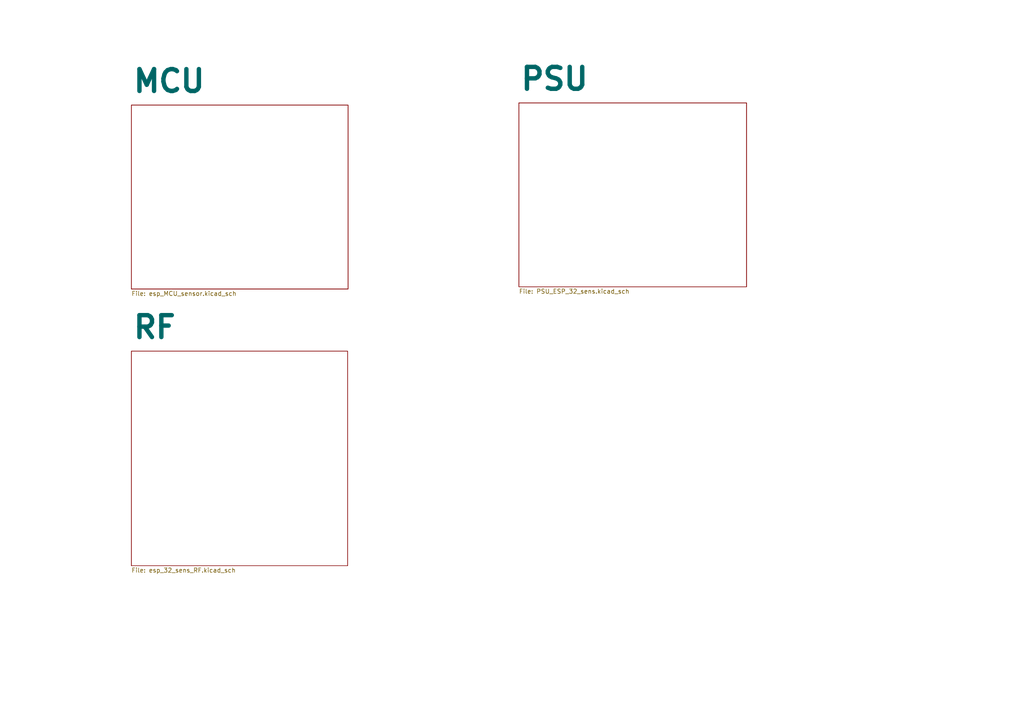
<source format=kicad_sch>
(kicad_sch
	(version 20250114)
	(generator "eeschema")
	(generator_version "9.0")
	(uuid "185194d2-a1d5-42f3-9012-92a466d7f7ac")
	(paper "A4")
	(title_block
		(title "Motion_Tracker_V0")
	)
	(lib_symbols)
	(sheet
		(at 150.495 29.845)
		(size 66.04 53.34)
		(exclude_from_sim no)
		(in_bom yes)
		(on_board yes)
		(dnp no)
		(fields_autoplaced yes)
		(stroke
			(width 0.1524)
			(type solid)
		)
		(fill
			(color 0 0 0 0.0000)
		)
		(uuid "45dd9c6b-56f3-4912-96e3-9cc680cf42e4")
		(property "Sheetname" "PSU"
			(at 150.495 26.5934 0)
			(effects
				(font
					(size 6.35 6.35)
					(thickness 1.27)
					(bold yes)
				)
				(justify left bottom)
			)
		)
		(property "Sheetfile" "PSU_ESP_32_sens.kicad_sch"
			(at 150.495 83.7696 0)
			(effects
				(font
					(size 1.27 1.27)
				)
				(justify left top)
			)
		)
		(instances
			(project "ESP_32_sens"
				(path "/185194d2-a1d5-42f3-9012-92a466d7f7ac"
					(page "3")
				)
			)
		)
	)
	(sheet
		(at 38.1 30.48)
		(size 62.865 53.34)
		(exclude_from_sim no)
		(in_bom yes)
		(on_board yes)
		(dnp no)
		(fields_autoplaced yes)
		(stroke
			(width 0.1524)
			(type solid)
		)
		(fill
			(color 0 0 0 0.0000)
		)
		(uuid "63c029fd-37b7-4d04-b05f-52b8dfca158d")
		(property "Sheetname" "MCU"
			(at 38.1 27.2284 0)
			(effects
				(font
					(size 6.35 6.35)
					(thickness 1.27)
					(bold yes)
				)
				(justify left bottom)
			)
		)
		(property "Sheetfile" "esp_MCU_sensor.kicad_sch"
			(at 38.1 84.4046 0)
			(effects
				(font
					(size 1.27 1.27)
				)
				(justify left top)
			)
		)
		(instances
			(project "ESP_32_sens"
				(path "/185194d2-a1d5-42f3-9012-92a466d7f7ac"
					(page "2")
				)
			)
		)
	)
	(sheet
		(at 38.1 101.854)
		(size 62.738 62.23)
		(exclude_from_sim no)
		(in_bom yes)
		(on_board yes)
		(dnp no)
		(fields_autoplaced yes)
		(stroke
			(width 0.1524)
			(type solid)
		)
		(fill
			(color 0 0 0 0.0000)
		)
		(uuid "d094f76b-5b88-42f9-a381-7ad20fa59e45")
		(property "Sheetname" "RF"
			(at 38.1 98.6024 0)
			(effects
				(font
					(face "KiCad Font")
					(size 6.35 6.35)
					(thickness 1.27)
					(bold yes)
				)
				(justify left bottom)
			)
		)
		(property "Sheetfile" "esp_32_sens_RF.kicad_sch"
			(at 38.1 164.6686 0)
			(effects
				(font
					(size 1.27 1.27)
				)
				(justify left top)
			)
		)
		(instances
			(project "ESP_32_sens"
				(path "/185194d2-a1d5-42f3-9012-92a466d7f7ac"
					(page "4")
				)
			)
		)
	)
	(sheet_instances
		(path "/"
			(page "1")
		)
	)
	(embedded_fonts no)
)

</source>
